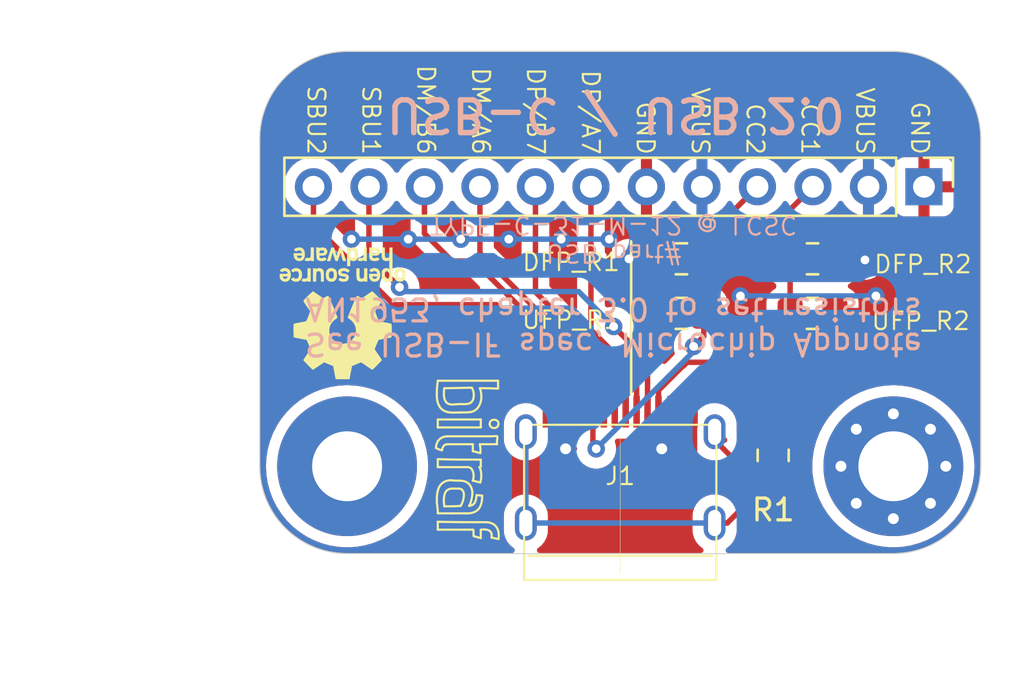
<source format=kicad_pcb>
(kicad_pcb (version 20221018) (generator pcbnew)
  (layers (0 "F.Cu" signal) (31 "B.Cu" signal) (34 "B.Paste" user) (35 "F.Paste" user) (36 "B.SilkS" user "B.Silkscreen") (37 "F.SilkS" user "F.Silkscreen") (38 "B.Mask" user) (39 "F.Mask" user) (44 "Edge.Cuts" user))
  (net 0 "")
  (net 1 "VBUS")
  (net 2 "Net-(DFP_R1-Pad1)")
  (net 3 "Net-(DFP_R2-Pad1)")
  (net 4 "GND")
  (net 5 "Net-(J1-PadS1)")
  (net 6 "/SBU2")
  (net 7 "/SBU1")
  (net 8 "/DP_B6")
  (net 9 "/DM_A7")
  (net 10 "/DP_A6")
  (net 11 "/DM_B7")
  (footprint "MountingHole:MountingHole_3.2mm_M3_Pad" (layer "F.Cu") (at 45.836039 75.963962 180)
    (fp_text reference "H3" hide)
    (fp_text value "MountingHole")
    (pad "1" thru_hole circle (at 0 0 180) (size 6.4 6.4) (drill 3.2) (layers "*.Cu" "*.Mask"))
  )
  (footprint "MountingHole:MountingHole_3.2mm_M3_Pad_Via" (layer "F.Cu") (at 70.836039 75.963961 180)
    (fp_text reference "H1" hide)
    (fp_text value "MountingHole")
    (pad "1" thru_hole circle (at -2.4 0 180) (size 0.8 0.8) (drill 0.5) (layers "*.Cu" "*.Mask"))
    (pad "1" thru_hole circle (at -1.697056 -1.697056 180) (size 0.8 0.8) (drill 0.5) (layers "*.Cu" "*.Mask"))
    (pad "1" thru_hole circle (at -1.697056 1.697056 180) (size 0.8 0.8) (drill 0.5) (layers "*.Cu" "*.Mask"))
    (pad "1" thru_hole circle (at 0 -2.4 180) (size 0.8 0.8) (drill 0.5) (layers "*.Cu" "*.Mask"))
    (pad "1" thru_hole circle (at 0 0 180) (size 6.4 6.4) (drill 3.2) (layers "*.Cu" "*.Mask"))
    (pad "1" thru_hole circle (at 0 2.4 180) (size 0.8 0.8) (drill 0.5) (layers "*.Cu" "*.Mask"))
    (pad "1" thru_hole circle (at 1.697056 -1.697056 180) (size 0.8 0.8) (drill 0.5) (layers "*.Cu" "*.Mask"))
    (pad "1" thru_hole circle (at 1.697056 1.697056 180) (size 0.8 0.8) (drill 0.5) (layers "*.Cu" "*.Mask"))
    (pad "1" thru_hole circle (at 2.4 0 180) (size 0.8 0.8) (drill 0.5) (layers "*.Cu" "*.Mask"))
  )
  (footprint "Symbol:OSHW-Logo_5.7x6mm_SilkScreen" (layer "F.Cu") (at 45.636039 68.963962 180)
    (fp_text reference "L1" hide)
    (fp_text value "Logo_Open_Hardware_Small" hide)
  )
  (footprint "BitrafSmdKit2:Bitraf_logo_3.0_x_7.5_mm" (layer "F.Cu") (at 52.836039 71.963961 -90)
    (fp_text reference "L2" hide)
    (fp_text value "Logo_Open_Hardware_Small")
  )
  (footprint "USB-C-Power-tester:TYPE-C-31-M-12" (layer "F.Cu") (at 58.336039 78.563962)
    (fp_text reference "J1" (at 0 -2.15) (layer "F.SilkS") (effects (font (size 0.8 0.8) (thickness 0.1))))
    (fp_text value "USB_C_Receptacle_USB2.0")
    (pad "A1" smd rect (at -3.4 -5.1) (size 0.3 1.45) (layers "F.Cu" "F.Paste" "F.Mask") (net 4 "GND"))
    (pad "A4" smd rect (at -2.6 -5.1) (size 0.3 1.45) (layers "F.Cu" "F.Paste" "F.Mask") (net 1 "VBUS"))
    (pad "A5" smd rect (at -1.25 -5.1) (size 0.3 1.45) (layers "F.Cu" "F.Paste" "F.Mask") (net 2 "Net-(DFP_R1-Pad1)"))
    (pad "A6" smd rect (at -0.25 -5.1) (size 0.3 1.45) (layers "F.Cu" "F.Paste" "F.Mask") (net 10 "/DP_A6"))
    (pad "A7" smd rect (at 0.25 -5.1) (size 0.3 1.45) (layers "F.Cu" "F.Paste" "F.Mask") (net 9 "/DM_A7"))
    (pad "A8" smd rect (at 1.25 -5.1) (size 0.3 1.45) (layers "F.Cu" "F.Paste" "F.Mask") (net 7 "/SBU1"))
    (pad "A9" smd rect (at 2.6 -5.1) (size 0.3 1.45) (layers "F.Cu" "F.Paste" "F.Mask") (net 1 "VBUS"))
    (pad "A12" smd rect (at 3.4 -5.1) (size 0.3 1.45) (layers "F.Cu" "F.Paste" "F.Mask") (net 4 "GND"))
    (pad "B1" smd rect (at 3.1 -5.1) (size 0.3 1.45) (layers "F.Cu" "F.Paste" "F.Mask") (net 4 "GND"))
    (pad "B4" smd rect (at 2.3 -5.1) (size 0.3 1.45) (layers "F.Cu" "F.Paste" "F.Mask") (net 1 "VBUS"))
    (pad "B5" smd rect (at 1.75 -5.1) (size 0.3 1.45) (layers "F.Cu" "F.Paste" "F.Mask") (net 3 "Net-(DFP_R2-Pad1)"))
    (pad "B6" smd rect (at 0.75 -5.1) (size 0.3 1.45) (layers "F.Cu" "F.Paste" "F.Mask") (net 8 "/DP_B6"))
    (pad "B7" smd rect (at -0.75 -5.1) (size 0.3 1.45) (layers "F.Cu" "F.Paste" "F.Mask") (net 11 "/DM_B7"))
    (pad "B8" smd rect (at -1.75 -5.1) (size 0.3 1.45) (layers "F.Cu" "F.Paste" "F.Mask") (net 6 "/SBU2"))
    (pad "B9" smd rect (at -2.3 -5.1) (size 0.3 1.45) (layers "F.Cu" "F.Paste" "F.Mask") (net 1 "VBUS"))
    (pad "B12" smd rect (at -3.1 -5.1) (size 0.3 1.45) (layers "F.Cu" "F.Paste" "F.Mask") (net 4 "GND"))
    (pad "S1" thru_hole roundrect (at -4.32 -4.18) (size 1 1.6) (drill oval 0.6 1.2) (layers "*.Cu" "*.Mask") (roundrect_rratio 0.5) (net 5 "Net-(J1-PadS1)"))
    (pad "S1" thru_hole roundrect (at -4.32 0) (size 1 1.6) (drill oval 0.6 1.2) (layers "*.Cu" "*.Mask") (roundrect_rratio 0.5) (net 5 "Net-(J1-PadS1)"))
    (pad "S1" thru_hole roundrect (at 4.32 -4.18) (size 1 1.6) (drill oval 0.6 1.2) (layers "*.Cu" "*.Mask") (roundrect_rratio 0.5) (net 5 "Net-(J1-PadS1)"))
    (pad "S1" thru_hole roundrect (at 4.32 0) (size 1 1.6) (drill oval 0.6 1.2) (layers "*.Cu" "*.Mask") (roundrect_rratio 0.5) (net 5 "Net-(J1-PadS1)"))
  )
  (footprint "Resistor_SMD:R_0805_2012Metric_Pad1.15x1.40mm_HandSolder" (layer "F.Cu") (at 67.136039 68.96396)
    (fp_text reference "UFP_R2" (at 4.95 0.35) (layer "F.SilkS") (effects (font (size 0.8 0.8) (thickness 0.1))))
    (fp_text value "UFP")
    (pad "1" smd roundrect (at -1.025 0) (size 1.15 1.4) (layers "F.Cu" "F.Paste" "F.Mask") (roundrect_rratio 0.217391) (net 3 "Net-(DFP_R2-Pad1)"))
    (pad "2" smd roundrect (at 1.025 0) (size 1.15 1.4) (layers "F.Cu" "F.Paste" "F.Mask") (roundrect_rratio 0.217391) (net 4 "GND"))
  )
  (footprint "Resistor_SMD:R_0805_2012Metric_Pad1.15x1.40mm_HandSolder" (layer "F.Cu") (at 61.136038 68.963962 180)
    (fp_text reference "UFP_R1" (at 5.05 -0.3) (layer "F.SilkS") (effects (font (size 0.8 0.8) (thickness 0.1))))
    (fp_text value "UFP")
    (pad "1" smd roundrect (at -1.025 0 180) (size 1.15 1.4) (layers "F.Cu" "F.Paste" "F.Mask") (roundrect_rratio 0.217391) (net 2 "Net-(DFP_R1-Pad1)"))
    (pad "2" smd roundrect (at 1.025 0 180) (size 1.15 1.4) (layers "F.Cu" "F.Paste" "F.Mask") (roundrect_rratio 0.217391) (net 4 "GND"))
  )
  (footprint "Connector_PinHeader_2.54mm:PinHeader_1x12_P2.54mm_Vertical" (layer "F.Cu") (at 72.236039 63.163961 -90)
    (fp_text reference "PIN1" hide)
    (fp_text value "Screw_Terminal_01x06")
    (pad "1" thru_hole rect (at 0 0 270) (size 1.7 1.7) (drill 1) (layers "*.Cu" "*.Mask") (net 4 "GND"))
    (pad "2" thru_hole oval (at 0 2.54 270) (size 1.7 1.7) (drill 1) (layers "*.Cu" "*.Mask") (net 1 "VBUS"))
    (pad "3" thru_hole oval (at 0 5.08 270) (size 1.7 1.7) (drill 1) (layers "*.Cu" "*.Mask") (net 3 "Net-(DFP_R2-Pad1)"))
    (pad "4" thru_hole oval (at 0 7.62 270) (size 1.7 1.7) (drill 1) (layers "*.Cu" "*.Mask") (net 2 "Net-(DFP_R1-Pad1)"))
    (pad "5" thru_hole oval (at 0 10.16 270) (size 1.7 1.7) (drill 1) (layers "*.Cu" "*.Mask") (net 1 "VBUS"))
    (pad "6" thru_hole oval (at 0 12.7 270) (size 1.7 1.7) (drill 1) (layers "*.Cu" "*.Mask") (net 4 "GND"))
    (pad "7" thru_hole oval (at 0 15.24 270) (size 1.7 1.7) (drill 1) (layers "*.Cu" "*.Mask") (net 8 "/DP_B6"))
    (pad "8" thru_hole oval (at 0 17.78 270) (size 1.7 1.7) (drill 1) (layers "*.Cu" "*.Mask") (net 9 "/DM_A7"))
    (pad "9" thru_hole oval (at 0 20.32 270) (size 1.7 1.7) (drill 1) (layers "*.Cu" "*.Mask") (net 10 "/DP_A6"))
    (pad "10" thru_hole oval (at 0 22.86 270) (size 1.7 1.7) (drill 1) (layers "*.Cu" "*.Mask") (net 11 "/DM_B7"))
    (pad "11" thru_hole oval (at 0 25.4 270) (size 1.7 1.7) (drill 1) (layers "*.Cu" "*.Mask") (net 7 "/SBU1"))
    (pad "12" thru_hole oval (at 0 27.94 270) (size 1.7 1.7) (drill 1) (layers "*.Cu" "*.Mask") (net 6 "/SBU2"))
  )
  (footprint "Resistor_SMD:R_0805_2012Metric_Pad1.15x1.40mm_HandSolder" (layer "F.Cu") (at 67.136039 66.463962)
    (fp_text reference "DFP_R2" (at 5.05 0.25) (layer "F.SilkS") (effects (font (size 0.8 0.8) (thickness 0.1))))
    (fp_text value "DFP")
    (pad "1" smd roundrect (at -1.025 0) (size 1.15 1.4) (layers "F.Cu" "F.Paste" "F.Mask") (roundrect_rratio 0.217391) (net 3 "Net-(DFP_R2-Pad1)"))
    (pad "2" smd roundrect (at 1.025 0) (size 1.15 1.4) (layers "F.Cu" "F.Paste" "F.Mask") (roundrect_rratio 0.217391) (net 1 "VBUS"))
  )
  (footprint "Resistor_SMD:R_0805_2012Metric_Pad1.15x1.40mm_HandSolder" (layer "F.Cu") (at 61.136038 66.463962 180)
    (fp_text reference "DFP_R1" (at 5.05 -0.15) (layer "F.SilkS") (effects (font (size 0.8 0.8) (thickness 0.1))))
    (fp_text value "DFP")
    (pad "1" smd roundrect (at -1.025 0 180) (size 1.15 1.4) (layers "F.Cu" "F.Paste" "F.Mask") (roundrect_rratio 0.217391) (net 2 "Net-(DFP_R1-Pad1)"))
    (pad "2" smd roundrect (at 1.025 0 180) (size 1.15 1.4) (layers "F.Cu" "F.Paste" "F.Mask") (roundrect_rratio 0.217391) (net 1 "VBUS"))
  )
  (footprint "Resistor_SMD:R_0805_2012Metric_Pad1.15x1.40mm_HandSolder" (layer "F.Cu") (at 65.336038 75.463961 -90)
    (fp_text reference "R1" (at 2.5 0) (layer "F.SilkS"))
    (fp_text value "1M")
    (pad "1" smd roundrect (at -1.025 0 270) (size 1.15 1.4) (layers "F.Cu" "F.Paste" "F.Mask") (roundrect_rratio 0.217391) (net 4 "GND"))
    (pad "2" smd roundrect (at 1.025 0 270) (size 1.15 1.4) (layers "F.Cu" "F.Paste" "F.Mask") (roundrect_rratio 0.217391) (net 5 "Net-(J1-PadS1)"))
  )
  (gr_line (start 58.836039 72.663961) (end 58.836039 65.663961) (stroke (width 0.12)) (layer "F.SilkS"))
  (gr_line (start 70.836039 56.963961) (end 45.836039 56.963961) (stroke (width 0.05)) (layer "Edge.Cuts"))
  (gr_arc (start 45.836039 79.963961) (mid 43.007612 78.792388) (end 41.836039 75.96396) (stroke (width 0.05)) (layer "Edge.Cuts"))
  (gr_arc (start 74.836039 75.963961) (mid 73.664466 78.792388) (end 70.836039 79.963961) (stroke (width 0.05)) (layer "Edge.Cuts"))
  (gr_arc (start 41.83604 60.963961) (mid 43.007613 58.135535) (end 45.836039 56.963961) (stroke (width 0.05)) (layer "Edge.Cuts"))
  (gr_line (start 45.836039 79.963961) (end 70.836039 79.963961) (stroke (width 0.05)) (layer "Edge.Cuts"))
  (gr_line (start 41.83604 60.963961) (end 41.836039 75.96396) (stroke (width 0.05)) (layer "Edge.Cuts"))
  (gr_line (start 74.836039 75.963961) (end 74.836039 60.963961) (stroke (width 0.05)) (layer "Edge.Cuts"))
  (gr_arc (start 70.836039 56.963961) (mid 73.664466 58.135534) (end 74.836039 60.963961) (stroke (width 0.05)) (layer "Edge.Cuts"))
  (gr_text "See USB-IF spec, Microchip Appnote\nAN1953, chapter 3.0 to set resistors" (at 58.036038 69.563961 180) (layer "B.SilkS") (effects (font (size 1 1)) (justify mirror)))
  (gr_text "USB part#\nTYPE-C-31-M-12 @ LCSC" (at 58.036038 65.563962 180) (layer "B.SilkS") (effects (font (size 0.8 0.8) (thickness 0.1)) (justify mirror)))
  (gr_text "USB-C / USB 2.0" (at 58.136039 59.863961 180) (layer "B.SilkS") (effects (font (size 1.5 1.5) (thickness 0.25)) (justify mirror)))
  (gr_text "GND\n\nVBUS\n\nCC1\n\nCC2\n\nVBUS\n\nGND\n\nDP/A7\n\nDP/B7\n\nDM/A6\n\nDM/B6\n\nSBU1\n\nSBU2" (at 58.236039 61.763961 -90) (layer "F.SilkS") (effects (font (size 0.78 0.8) (thickness 0.1)) (justify right)))
  (segment (start 59.636039 66.463962) (end 60.111038 66.463961) (width 0.25) (layer "F.Cu") (net 1))
  (segment (start 58.736039 66.463962) (end 59.636039 66.463962) (width 0.25) (layer "F.Cu") (net 1))
  (segment (start 69.536039 66.51396) (end 68.636039 66.463962) (width 0.25) (layer "F.Cu") (net 1))
  (segment (start 68.636039 66.463962) (end 68.161039 66.463962) (width 0.25) (layer "F.Cu") (net 1))
  (segment (start 56.036039 74.963961) (end 56.236039 75.163962) (width 0.25) (layer "F.Cu") (net 1))
  (segment (start 56.036038 73.463962) (end 56.036039 74.963961) (width 0.3) (layer "F.Cu") (net 1))
  (segment (start 55.836039 74.76396) (end 56.236039 75.163962) (width 0.25) (layer "F.Cu") (net 1))
  (segment (start 60.936039 74.463961) (end 60.236039 75.163962) (width 0.3) (layer "F.Cu") (net 1))
  (segment (start 55.736039 75.063962) (end 55.836039 75.163962) (width 0.25) (layer "F.Cu") (net 1))
  (segment (start 60.936039 73.463962) (end 60.936039 74.463961) (width 0.3) (layer "F.Cu") (net 1))
  (segment (start 60.63604 74.76396) (end 60.236039 75.163962) (width 0.3) (layer "F.Cu") (net 1))
  (segment (start 55.736039 73.463962) (end 55.736039 75.063962) (width 0.3) (layer "F.Cu") (net 1))
  (segment (start 60.236039 74.76396) (end 60.236039 75.163962) (width 0.3) (layer "F.Cu") (net 1))
  (segment (start 60.436039 74.563961) (end 60.236039 74.76396) (width 0.3) (layer "F.Cu") (net 1))
  (segment (start 60.636039 73.463962) (end 60.636039 74.438962) (width 0.3) (layer "F.Cu") (net 1))
  (segment (start 60.636039 74.438962) (end 60.511039 74.563961) (width 0.3) (layer "F.Cu") (net 1))
  (segment (start 55.836039 74.76396) (end 55.836039 75.163962) (width 0.25) (layer "F.Cu") (net 1))
  (segment (start 60.511039 74.563961) (end 60.436039 74.563961) (width 0.3) (layer "F.Cu") (net 1))
  (via (at 58.736039 66.463962) (size 0.8) (drill 0.4) (layers "F.Cu" "B.Cu") (net 1))
  (via (at 69.536039 66.51396) (size 0.8) (drill 0.4) (layers "F.Cu" "B.Cu") (net 1))
  (via (at 55.836039 75.163962) (size 1) (drill 0.5) (layers "F.Cu" "B.Cu") (net 1))
  (via (at 60.236039 75.163962) (size 1) (drill 0.5) (layers "F.Cu" "B.Cu") (net 1))
  (segment (start 62.161038 68.963961) (end 62.161038 70.009547) (width 0.25) (layer "F.Cu") (net 2))
  (segment (start 62.161038 66.463961) (end 62.161039 65.61896) (width 0.25) (layer "F.Cu") (net 2))
  (segment (start 62.161039 65.61896) (end 64.616039 63.163961) (width 0.25) (layer "F.Cu") (net 2))
  (segment (start 62.161038 70.009547) (end 61.694135 70.47645) (width 0.25) (layer "F.Cu") (net 2))
  (segment (start 57.086039 75.01396) (end 57.236039 75.16396) (width 0.25) (layer "F.Cu") (net 2))
  (segment (start 62.161038 68.963961) (end 62.161038 66.463961) (width 0.25) (layer "F.Cu") (net 2))
  (segment (start 57.086038 73.463962) (end 57.086039 75.01396) (width 0.25) (layer "F.Cu") (net 2))
  (via (at 57.236039 75.16396) (size 0.8) (drill 0.4) (layers "F.Cu" "B.Cu") (net 2))
  (via (at 61.694135 70.47645) (size 0.8) (drill 0.4) (layers "F.Cu" "B.Cu") (net 2))
  (segment (start 61.694134 70.705865) (end 61.694135 70.47645) (width 0.25) (layer "B.Cu") (net 2))
  (segment (start 57.236039 75.16396) (end 61.694134 70.705865) (width 0.25) (layer "B.Cu") (net 2))
  (segment (start 60.086039 73.463961) (end 60.086039 72.488961) (width 0.25) (layer "F.Cu") (net 3))
  (segment (start 66.111039 68.963961) (end 66.111039 66.463961) (width 0.25) (layer "F.Cu") (net 3))
  (segment (start 66.111039 66.463961) (end 66.111039 64.208961) (width 0.25) (layer "F.Cu") (net 3))
  (segment (start 60.086039 72.488961) (end 61.211039 71.36396) (width 0.25) (layer "F.Cu") (net 3))
  (segment (start 63.873539 71.201461) (end 66.111039 68.963961) (width 0.25) (layer "F.Cu") (net 3))
  (segment (start 61.236039 71.363961) (end 61.398538 71.201462) (width 0.25) (layer "F.Cu") (net 3))
  (segment (start 61.398538 71.201462) (end 63.873539 71.201461) (width 0.25) (layer "F.Cu") (net 3))
  (segment (start 66.111039 64.208961) (end 67.156039 63.163961) (width 0.25) (layer "F.Cu") (net 3))
  (segment (start 61.211039 71.36396) (end 61.236039 71.363961) (width 0.25) (layer "F.Cu") (net 3))
  (segment (start 58.436039 68.36396) (end 58.436039 68.163962) (width 0.25) (layer "F.Cu") (net 4))
  (segment (start 61.43604 72.163961) (end 61.636039 71.963962) (width 0.25) (layer "F.Cu") (net 4))
  (segment (start 57.836039 65.363962) (end 57.836039 65.56396) (width 0.25) (layer "F.Cu") (net 4))
  (segment (start 61.436039 73.46396) (end 61.436039 72.48896) (width 0.25) (layer "F.Cu") (net 4))
  (segment (start 61.436039 72.48896) (end 61.43604 72.163961) (width 0.25) (layer "F.Cu") (net 4))
  (segment (start 55.236038 73.763961) (end 54.936038 73.463961) (width 0.25) (layer "F.Cu") (net 4))
  (segment (start 61.736039 73.46396) (end 61.736039 75.463962) (width 0.25) (layer "F.Cu") (net 4))
  (segment (start 59.536039 63.163961) (end 59.536039 64.46396) (width 0.25) (layer "F.Cu") (net 4))
  (segment (start 61.736039 73.46396) (end 61.736039 72.26396) (width 0.25) (layer "F.Cu") (net 4))
  (segment (start 59.036039 68.963962) (end 58.436039 68.36396) (width 0.25) (layer "F.Cu") (net 4))
  (segment (start 55.236038 73.463961) (end 55.236038 73.763961) (width 0.25) (layer "F.Cu") (net 4))
  (segment (start 68.161039 68.963962) (end 69.636039 68.96396) (width 0.25) (layer "F.Cu") (net 4))
  (segment (start 55.236038 72.163961) (end 54.836039 71.763961) (width 0.25) (layer "F.Cu") (net 4))
  (segment (start 69.636039 68.96396) (end 69.636039 68.563961) (width 0.25) (layer "F.Cu") (net 4))
  (segment (start 60.111039 68.96396) (end 59.036039 68.963962) (width 0.25) (layer "F.Cu") (net 4))
  (segment (start 54.936038 73.463961) (end 54.936038 72.063962) (width 0.25) (layer "F.Cu") (net 4))
  (segment (start 69.636039 68.563961) (end 70.036039 68.163961) (width 0.25) (layer "F.Cu") (net 4))
  (segment (start 61.436039 73.46396) (end 61.436039 75.96396) (width 0.25) (layer "F.Cu") (net 4))
  (segment (start 59.536039 64.46396) (end 58.836039 65.163961) (width 0.25) (layer "F.Cu") (net 4))
  (segment (start 61.636039 71.963962) (end 64.636039 71.963961) (width 0.25) (layer "F.Cu") (net 4))
  (segment (start 58.036039 65.163961) (end 57.836039 65.363962) (width 0.25) (layer "F.Cu") (net 4))
  (segment (start 61.736039 72.26396) (end 61.836039 72.163961) (width 0.25) (layer "F.Cu") (net 4))
  (segment (start 57.836039 65.56396) (end 57.83604 67.963961) (width 0.25) (layer "F.Cu") (net 4))
  (segment (start 58.836039 65.163961) (end 58.036039 65.163961) (width 0.25) (layer "F.Cu") (net 4))
  (segment (start 55.236038 73.463961) (end 55.236038 72.163961) (width 0.25) (layer "F.Cu") (net 4))
  (via (at 57.836039 65.56396) (size 0.8) (drill 0.4) (layers "F.Cu" "B.Cu") (net 4))
  (via (at 55.636039 65.56396) (size 0.8) (drill 0.4) (layers "F.Cu" "B.Cu") (net 4))
  (via (at 53.236038 65.563961) (size 0.8) (drill 0.4) (layers "F.Cu" "B.Cu") (net 4))
  (via (at 48.636039 65.563961) (size 0.8) (drill 0.4) (layers "F.Cu" "B.Cu") (net 4))
  (via (at 51.036039 65.56396) (size 0.8) (drill 0.4) (layers "F.Cu" "B.Cu") (net 4))
  (via (at 46.036039 65.56396) (size 0.8) (drill 0.4) (layers "F.Cu" "B.Cu") (net 4))
  (via (at 63.836039 68.163961) (size 0.8) (drill 0.4) (layers "F.Cu" "B.Cu") (net 4))
  (via (at 70.036039 68.163961) (size 0.8) (drill 0.4) (layers "F.Cu" "B.Cu") (net 4))
  (segment (start 51.036039 65.56396) (end 48.636039 65.563961) (width 0.25) (layer "B.Cu") (net 4))
  (segment (start 70.036039 68.163961) (end 63.836039 68.163961) (width 0.25) (layer "B.Cu") (net 4))
  (segment (start 55.636039 65.56396) (end 56.201724 65.563961) (width 0.25) (layer "B.Cu") (net 4))
  (segment (start 48.636039 65.563961) (end 46.036039 65.56396) (width 0.25) (layer "B.Cu") (net 4))
  (segment (start 51.836038 65.563962) (end 51.036039 65.56396) (width 0.25) (layer "B.Cu") (net 4))
  (segment (start 55.636039 65.56396) (end 53.236038 65.563961) (width 0.25) (layer "B.Cu") (net 4))
  (segment (start 55.836038 65.563962) (end 55.636039 65.56396) (width 0.25) (layer "B.Cu") (net 4))
  (segment (start 56.201724 65.563961) (end 57.836039 65.56396) (width 0.25) (layer "B.Cu") (net 4))
  (segment (start 53.236038 65.563961) (end 51.836038 65.563962) (width 0.25) (layer "B.Cu") (net 4))
  (segment (start 62.656039 74.76396) (end 63.111039 74.76396) (width 0.25) (layer "F.Cu") (net 5))
  (segment (start 65.336038 76.488962) (end 64.381038 76.488962) (width 0.25) (layer "F.Cu") (net 5))
  (segment (start 65.311039 76.488961) (end 63.236039 78.563962) (width 0.25) (layer "F.Cu") (net 5))
  (segment (start 63.236039 78.563962) (end 62.656039 78.563961) (width 0.25) (layer "F.Cu") (net 5))
  (segment (start 65.336038 76.488962) (end 65.311039 76.488961) (width 0.25) (layer "F.Cu") (net 5))
  (segment (start 64.381038 76.488962) (end 62.656039 74.76396) (width 0.25) (layer "F.Cu") (net 5))
  (segment (start 54.016039 78.563961) (end 62.656039 78.563961) (width 0.25) (layer "B.Cu") (net 5))
  (segment (start 54.016039 74.763961) (end 54.016039 78.563961) (width 0.25) (layer "B.Cu") (net 5))
  (segment (start 52.661039 68.56396) (end 47.963037 68.56396) (width 0.25) (layer "F.Cu") (net 6))
  (segment (start 47.963037 68.56396) (end 44.296039 64.896963) (width 0.25) (layer "F.Cu") (net 6))
  (segment (start 56.586039 73.46396) (end 56.586039 72.48896) (width 0.25) (layer "F.Cu") (net 6))
  (segment (start 56.586039 72.48896) (end 52.661039 68.56396) (width 0.25) (layer "F.Cu") (net 6))
  (segment (start 44.296039 64.896963) (end 44.296039 63.163961) (width 0.25) (layer "F.Cu") (net 6))
  (segment (start 58.036038 69.563961) (end 59.586038 71.113961) (width 0.25) (layer "F.Cu") (net 7))
  (segment (start 46.83604 64.836963) (end 46.83604 63.163961) (width 0.25) (layer "F.Cu") (net 7))
  (segment (start 46.836039 66.36396) (end 46.83604 64.836963) (width 0.25) (layer "F.Cu") (net 7))
  (segment (start 48.236039 67.76396) (end 46.836039 66.36396) (width 0.25) (layer "F.Cu") (net 7))
  (segment (start 59.586038 71.113961) (end 59.586038 73.463962) (width 0.25) (layer "F.Cu") (net 7))
  (via (at 48.236039 67.76396) (size 0.8) (drill 0.4) (layers "F.Cu" "B.Cu") (net 7))
  (via (at 58.036038 69.563961) (size 0.8) (drill 0.4) (layers "F.Cu" "B.Cu") (net 7))
  (segment (start 48.436039 67.963961) (end 48.236039 67.76396) (width 0.25) (layer "B.Cu") (net 7))
  (segment (start 49.963038 67.963961) (end 48.436039 67.963961) (width 0.25) (layer "B.Cu") (net 7))
  (segment (start 49.963038 67.963961) (end 56.436039 67.963961) (width 0.25) (layer "B.Cu") (net 7))
  (segment (start 56.436039 67.963961) (end 58.036038 69.563961) (width 0.25) (layer "B.Cu") (net 7))
  (segment (start 59.086039 73.46396) (end 59.086039 71.81396) (width 0.25) (layer "F.Cu") (net 8))
  (segment (start 59.086039 71.81396) (end 56.996038 69.723961) (width 0.25) (layer "F.Cu") (net 8))
  (segment (start 56.996038 69.723961) (end 56.996038 63.163961) (width 0.25) (layer "F.Cu") (net 8))
  (segment (start 54.456039 63.163961) (end 54.456039 67.983961) (width 0.25) (layer "F.Cu") (net 9))
  (segment (start 58.586039 72.113961) (end 58.586039 73.463961) (width 0.25) (layer "F.Cu") (net 9))
  (segment (start 54.456039 67.983961) (end 58.586039 72.113961) (width 0.25) (layer "F.Cu") (net 9))
  (segment (start 51.916039 66.20755) (end 51.916039 63.163961) (width 0.25) (layer "F.Cu") (net 10))
  (segment (start 58.086039 73.463962) (end 58.086039 72.377551) (width 0.25) (layer "F.Cu") (net 10))
  (segment (start 58.086039 72.377551) (end 51.916039 66.20755) (width 0.25) (layer "F.Cu") (net 10))
  (segment (start 57.561039 73.438962) (end 57.561039 72.488962) (width 0.25) (layer "F.Cu") (net 11))
  (segment (start 51.636039 66.563961) (end 50.636039 66.563961) (width 0.25) (layer "F.Cu") (net 11))
  (segment (start 49.376039 65.303961) (end 49.376039 64.30396) (width 0.25) (layer "F.Cu") (net 11))
  (segment (start 49.376039 64.30396) (end 49.376039 63.312046) (width 0.25) (layer "F.Cu") (net 11))
  (segment (start 57.561039 72.488962) (end 51.636039 66.563961) (width 0.25) (layer "F.Cu") (net 11))
  (segment (start 50.636039 66.563961) (end 49.376039 65.303961) (width 0.25) (layer "F.Cu") (net 11))
  (segment (start 57.586038 73.463961) (end 57.561039 73.438962) (width 0.25) (layer "F.Cu") (net 11))
  (zone (net 4) (net_name "GND") (layer "F.Cu") (connect_pads (clearance 0.508)) (min_thickness 0.254) (fill yes (thermal_gap 0.508) (thermal_bridge_width 0.508))
    (polygon (pts (xy 75.836039 80.963961) (xy 75.836039 55.763961) (xy 40.836039 55.763962) (xy 40.836039 80.963962)))
  )
  (zone (net 1) (net_name "VBUS") (layer "B.Cu") (connect_pads (clearance 0.508)) (min_thickness 0.254) (fill yes (thermal_gap 0.508) (thermal_bridge_width 0.508))
    (polygon (pts (xy 76.836038 81.963961) (xy 76.836038 54.963961) (xy 39.836038 54.963961) (xy 39.83604 81.963962)))
  )
)
</source>
